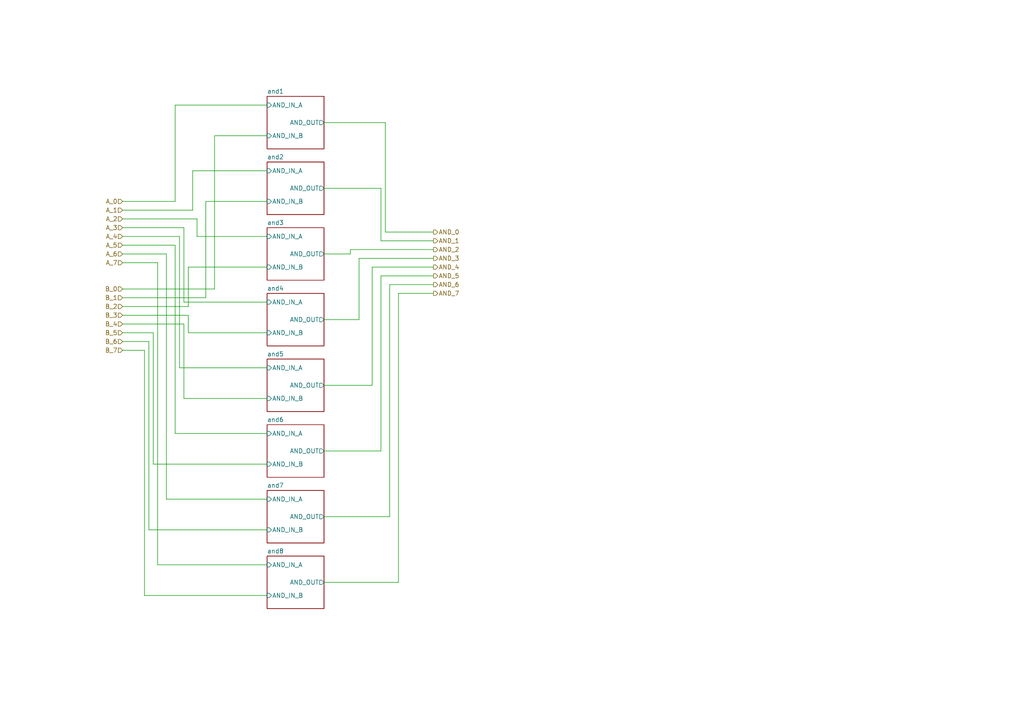
<source format=kicad_sch>
(kicad_sch
	(version 20250114)
	(generator "eeschema")
	(generator_version "9.0")
	(uuid "2ac12284-2aa6-435c-9c53-823b29d5fc40")
	(paper "A4")
	(lib_symbols)
	(wire
		(pts
			(xy 107.95 77.47) (xy 125.73 77.47)
		)
		(stroke
			(width 0)
			(type default)
		)
		(uuid "01645dcf-9294-427b-b325-b910947d2454")
	)
	(wire
		(pts
			(xy 35.56 91.44) (xy 54.61 91.44)
		)
		(stroke
			(width 0)
			(type default)
		)
		(uuid "027ed486-bcc1-4ce2-8755-1221c13336d1")
	)
	(wire
		(pts
			(xy 93.98 168.91) (xy 115.57 168.91)
		)
		(stroke
			(width 0)
			(type default)
		)
		(uuid "034f23d8-c074-4bbb-8b4f-4756e778ba89")
	)
	(wire
		(pts
			(xy 53.34 93.98) (xy 53.34 115.57)
		)
		(stroke
			(width 0)
			(type default)
		)
		(uuid "044619ca-3666-4ddc-8a57-a93332488863")
	)
	(wire
		(pts
			(xy 93.98 92.71) (xy 104.14 92.71)
		)
		(stroke
			(width 0)
			(type default)
		)
		(uuid "065a604d-0013-4226-904b-a328730cd274")
	)
	(wire
		(pts
			(xy 111.76 67.31) (xy 125.73 67.31)
		)
		(stroke
			(width 0)
			(type default)
		)
		(uuid "07bc1005-a46d-42ed-85bf-4b86c941b01a")
	)
	(wire
		(pts
			(xy 44.45 134.62) (xy 77.47 134.62)
		)
		(stroke
			(width 0)
			(type default)
		)
		(uuid "089d68eb-d657-4b15-bb6c-d50dbfdd68bc")
	)
	(wire
		(pts
			(xy 52.07 106.68) (xy 77.47 106.68)
		)
		(stroke
			(width 0)
			(type default)
		)
		(uuid "0a715ec0-60a7-453a-b7a3-c0e7ee4dd696")
	)
	(wire
		(pts
			(xy 41.91 172.72) (xy 77.47 172.72)
		)
		(stroke
			(width 0)
			(type default)
		)
		(uuid "15aa627f-ec26-47c7-9260-251bf916c160")
	)
	(wire
		(pts
			(xy 43.18 99.06) (xy 43.18 153.67)
		)
		(stroke
			(width 0)
			(type default)
		)
		(uuid "2294b36e-4b1c-4ebc-a189-de4f5fda4c15")
	)
	(wire
		(pts
			(xy 55.88 49.53) (xy 77.47 49.53)
		)
		(stroke
			(width 0)
			(type default)
		)
		(uuid "2d9c1d4d-cde9-47fd-acdc-902e798edbda")
	)
	(wire
		(pts
			(xy 35.56 71.12) (xy 50.8 71.12)
		)
		(stroke
			(width 0)
			(type default)
		)
		(uuid "30c130b3-372f-4d84-9634-398d8765c0ed")
	)
	(wire
		(pts
			(xy 35.56 86.36) (xy 59.69 86.36)
		)
		(stroke
			(width 0)
			(type default)
		)
		(uuid "36d28c3d-37d9-4f5a-9f92-728acaca63b5")
	)
	(wire
		(pts
			(xy 93.98 149.86) (xy 113.03 149.86)
		)
		(stroke
			(width 0)
			(type default)
		)
		(uuid "37a0086a-74c3-4dd3-9b19-a0f7a041222d")
	)
	(wire
		(pts
			(xy 93.98 54.61) (xy 110.49 54.61)
		)
		(stroke
			(width 0)
			(type default)
		)
		(uuid "37a450f9-6c38-4e4c-8515-743f3aee5806")
	)
	(wire
		(pts
			(xy 35.56 68.58) (xy 52.07 68.58)
		)
		(stroke
			(width 0)
			(type default)
		)
		(uuid "3b2a4030-a25c-4020-b80c-4fd417538232")
	)
	(wire
		(pts
			(xy 35.56 93.98) (xy 53.34 93.98)
		)
		(stroke
			(width 0)
			(type default)
		)
		(uuid "3fff9cb4-c5fb-4e1f-becf-4a31188fc09e")
	)
	(wire
		(pts
			(xy 113.03 149.86) (xy 113.03 82.55)
		)
		(stroke
			(width 0)
			(type default)
		)
		(uuid "42a6042d-9347-4ab9-924b-3cb5f33cd71c")
	)
	(wire
		(pts
			(xy 110.49 69.85) (xy 125.73 69.85)
		)
		(stroke
			(width 0)
			(type default)
		)
		(uuid "433e5920-9add-4dc5-8f03-e69b4f5ca5fe")
	)
	(wire
		(pts
			(xy 45.72 76.2) (xy 45.72 163.83)
		)
		(stroke
			(width 0)
			(type default)
		)
		(uuid "4fcf51d5-d5e3-42d6-9f55-324500667181")
	)
	(wire
		(pts
			(xy 115.57 85.09) (xy 125.73 85.09)
		)
		(stroke
			(width 0)
			(type default)
		)
		(uuid "5572c727-af9c-4e62-8a64-d0f9bafa032c")
	)
	(wire
		(pts
			(xy 101.6 72.39) (xy 125.73 72.39)
		)
		(stroke
			(width 0)
			(type default)
		)
		(uuid "55e64e56-3e04-470e-a1d0-d023548f4554")
	)
	(wire
		(pts
			(xy 55.88 60.96) (xy 55.88 49.53)
		)
		(stroke
			(width 0)
			(type default)
		)
		(uuid "56f93cd6-5897-4834-8a73-08f34f57e465")
	)
	(wire
		(pts
			(xy 41.91 101.6) (xy 41.91 172.72)
		)
		(stroke
			(width 0)
			(type default)
		)
		(uuid "581eca2c-8585-4f90-9183-605ab7efd556")
	)
	(wire
		(pts
			(xy 35.56 60.96) (xy 55.88 60.96)
		)
		(stroke
			(width 0)
			(type default)
		)
		(uuid "5ef3042b-ba6b-4c8b-aa8f-b852a6419a4d")
	)
	(wire
		(pts
			(xy 62.23 39.37) (xy 77.47 39.37)
		)
		(stroke
			(width 0)
			(type default)
		)
		(uuid "5f060bca-3f56-49b8-a6a8-244fad669df8")
	)
	(wire
		(pts
			(xy 93.98 73.66) (xy 101.6 73.66)
		)
		(stroke
			(width 0)
			(type default)
		)
		(uuid "6644bbe7-aa43-43ca-832f-8d0774f8fdab")
	)
	(wire
		(pts
			(xy 48.26 73.66) (xy 48.26 144.78)
		)
		(stroke
			(width 0)
			(type default)
		)
		(uuid "67b7cf04-b7c2-4957-b85a-aa467da6042f")
	)
	(wire
		(pts
			(xy 110.49 80.01) (xy 125.73 80.01)
		)
		(stroke
			(width 0)
			(type default)
		)
		(uuid "6805aee2-219b-487e-be1e-260b95b7036e")
	)
	(wire
		(pts
			(xy 35.56 83.82) (xy 62.23 83.82)
		)
		(stroke
			(width 0)
			(type default)
		)
		(uuid "6b1fc78b-6a9f-42c0-b638-633aa1c846af")
	)
	(wire
		(pts
			(xy 35.56 88.9) (xy 54.61 88.9)
		)
		(stroke
			(width 0)
			(type default)
		)
		(uuid "6d13cbc0-03e0-4768-a1b5-126a8dbd8976")
	)
	(wire
		(pts
			(xy 54.61 96.52) (xy 77.47 96.52)
		)
		(stroke
			(width 0)
			(type default)
		)
		(uuid "6dfb11c7-f3b6-48e8-8c7f-5248408ab643")
	)
	(wire
		(pts
			(xy 57.15 68.58) (xy 77.47 68.58)
		)
		(stroke
			(width 0)
			(type default)
		)
		(uuid "6ec65aac-a67a-417d-aaa1-8b8042b2b81d")
	)
	(wire
		(pts
			(xy 35.56 58.42) (xy 50.8 58.42)
		)
		(stroke
			(width 0)
			(type default)
		)
		(uuid "760d065e-16d3-4365-80a8-b7657908fc97")
	)
	(wire
		(pts
			(xy 62.23 83.82) (xy 62.23 39.37)
		)
		(stroke
			(width 0)
			(type default)
		)
		(uuid "7970e10c-6c34-4444-bf8a-93f033a6d5c2")
	)
	(wire
		(pts
			(xy 104.14 92.71) (xy 104.14 74.93)
		)
		(stroke
			(width 0)
			(type default)
		)
		(uuid "7b134d55-a592-40eb-a090-d6b750e3557f")
	)
	(wire
		(pts
			(xy 93.98 35.56) (xy 111.76 35.56)
		)
		(stroke
			(width 0)
			(type default)
		)
		(uuid "8233230f-bd91-4714-b8f7-c8e267868aeb")
	)
	(wire
		(pts
			(xy 104.14 74.93) (xy 125.73 74.93)
		)
		(stroke
			(width 0)
			(type default)
		)
		(uuid "84bbb621-f94b-4385-b13e-db4b196c08dc")
	)
	(wire
		(pts
			(xy 50.8 71.12) (xy 50.8 125.73)
		)
		(stroke
			(width 0)
			(type default)
		)
		(uuid "8588e099-17ce-4035-8919-f966436884e7")
	)
	(wire
		(pts
			(xy 43.18 153.67) (xy 77.47 153.67)
		)
		(stroke
			(width 0)
			(type default)
		)
		(uuid "8a46122c-a261-438c-b5da-b50d5b2441af")
	)
	(wire
		(pts
			(xy 35.56 73.66) (xy 48.26 73.66)
		)
		(stroke
			(width 0)
			(type default)
		)
		(uuid "93c3aa4d-6916-4d65-bc15-452645ef1355")
	)
	(wire
		(pts
			(xy 53.34 66.04) (xy 53.34 87.63)
		)
		(stroke
			(width 0)
			(type default)
		)
		(uuid "981b05c8-6385-42d6-a68d-16f4528811cd")
	)
	(wire
		(pts
			(xy 59.69 86.36) (xy 59.69 58.42)
		)
		(stroke
			(width 0)
			(type default)
		)
		(uuid "9915df5d-c016-4fd2-8381-fc1410fa0522")
	)
	(wire
		(pts
			(xy 35.56 63.5) (xy 57.15 63.5)
		)
		(stroke
			(width 0)
			(type default)
		)
		(uuid "9c0c5d2a-819b-4e6a-ba78-d95fd384694e")
	)
	(wire
		(pts
			(xy 53.34 115.57) (xy 77.47 115.57)
		)
		(stroke
			(width 0)
			(type default)
		)
		(uuid "9caba59d-5bbb-46e6-a194-77a11129798f")
	)
	(wire
		(pts
			(xy 111.76 35.56) (xy 111.76 67.31)
		)
		(stroke
			(width 0)
			(type default)
		)
		(uuid "9d326c8f-e0b6-4dc0-a804-f9a7b8712765")
	)
	(wire
		(pts
			(xy 54.61 77.47) (xy 77.47 77.47)
		)
		(stroke
			(width 0)
			(type default)
		)
		(uuid "a6ef2a5a-1c91-402f-8361-88101d50202a")
	)
	(wire
		(pts
			(xy 35.56 101.6) (xy 41.91 101.6)
		)
		(stroke
			(width 0)
			(type default)
		)
		(uuid "a6fab4f8-182a-4887-bfed-be806208e859")
	)
	(wire
		(pts
			(xy 44.45 96.52) (xy 44.45 134.62)
		)
		(stroke
			(width 0)
			(type default)
		)
		(uuid "a8b83df1-fe50-49a8-b871-fb2603503012")
	)
	(wire
		(pts
			(xy 35.56 96.52) (xy 44.45 96.52)
		)
		(stroke
			(width 0)
			(type default)
		)
		(uuid "aa2a6a7e-c454-47d9-8ded-416a7779e98f")
	)
	(wire
		(pts
			(xy 54.61 88.9) (xy 54.61 77.47)
		)
		(stroke
			(width 0)
			(type default)
		)
		(uuid "af52c669-ddd8-4018-8134-a4c67960d573")
	)
	(wire
		(pts
			(xy 115.57 168.91) (xy 115.57 85.09)
		)
		(stroke
			(width 0)
			(type default)
		)
		(uuid "afa62dc7-1211-4c80-a9a7-651d539c7b08")
	)
	(wire
		(pts
			(xy 57.15 63.5) (xy 57.15 68.58)
		)
		(stroke
			(width 0)
			(type default)
		)
		(uuid "b0226ca8-0cf2-46ae-8510-c2502efbe38b")
	)
	(wire
		(pts
			(xy 93.98 111.76) (xy 107.95 111.76)
		)
		(stroke
			(width 0)
			(type default)
		)
		(uuid "b1dafe66-6441-4a41-a7b1-2c8ef89bfddc")
	)
	(wire
		(pts
			(xy 35.56 76.2) (xy 45.72 76.2)
		)
		(stroke
			(width 0)
			(type default)
		)
		(uuid "b3e58ee5-e351-44bd-9e44-455cc95f7af4")
	)
	(wire
		(pts
			(xy 50.8 58.42) (xy 50.8 30.48)
		)
		(stroke
			(width 0)
			(type default)
		)
		(uuid "b4f02259-fd03-4b43-ac24-f3e2526d48dc")
	)
	(wire
		(pts
			(xy 113.03 82.55) (xy 125.73 82.55)
		)
		(stroke
			(width 0)
			(type default)
		)
		(uuid "c1c01090-4463-449f-ad88-95f42eb182a2")
	)
	(wire
		(pts
			(xy 107.95 111.76) (xy 107.95 77.47)
		)
		(stroke
			(width 0)
			(type default)
		)
		(uuid "c3988d46-42fb-44e0-9e3a-4a089ecf7d2d")
	)
	(wire
		(pts
			(xy 110.49 54.61) (xy 110.49 69.85)
		)
		(stroke
			(width 0)
			(type default)
		)
		(uuid "c4e9d19a-52ce-4139-abb0-22d69465d09f")
	)
	(wire
		(pts
			(xy 53.34 87.63) (xy 77.47 87.63)
		)
		(stroke
			(width 0)
			(type default)
		)
		(uuid "c82ae6da-d256-405b-8fb5-4360f1a9a57a")
	)
	(wire
		(pts
			(xy 50.8 30.48) (xy 77.47 30.48)
		)
		(stroke
			(width 0)
			(type default)
		)
		(uuid "ca8b1a5b-7e88-48f8-a0da-94bdb1a7f3fa")
	)
	(wire
		(pts
			(xy 110.49 130.81) (xy 110.49 80.01)
		)
		(stroke
			(width 0)
			(type default)
		)
		(uuid "cec68363-f0a7-4564-9534-bad9f1b962db")
	)
	(wire
		(pts
			(xy 45.72 163.83) (xy 77.47 163.83)
		)
		(stroke
			(width 0)
			(type default)
		)
		(uuid "cf2cb94c-85c9-4d0a-b91f-6f10530b7ae4")
	)
	(wire
		(pts
			(xy 52.07 68.58) (xy 52.07 106.68)
		)
		(stroke
			(width 0)
			(type default)
		)
		(uuid "d3babf3f-8281-4de7-a8b0-f2aba58eb53b")
	)
	(wire
		(pts
			(xy 54.61 91.44) (xy 54.61 96.52)
		)
		(stroke
			(width 0)
			(type default)
		)
		(uuid "d404ae35-5a9b-4afb-9fd8-29916d63c529")
	)
	(wire
		(pts
			(xy 59.69 58.42) (xy 77.47 58.42)
		)
		(stroke
			(width 0)
			(type default)
		)
		(uuid "d9df39fc-085d-48b1-9407-c9d9c53b7edc")
	)
	(wire
		(pts
			(xy 35.56 66.04) (xy 53.34 66.04)
		)
		(stroke
			(width 0)
			(type default)
		)
		(uuid "da44d5e6-213d-47ad-acfc-905ed5d446c4")
	)
	(wire
		(pts
			(xy 93.98 130.81) (xy 110.49 130.81)
		)
		(stroke
			(width 0)
			(type default)
		)
		(uuid "dac652d5-591c-4d76-852e-8d3279aa4039")
	)
	(wire
		(pts
			(xy 101.6 73.66) (xy 101.6 72.39)
		)
		(stroke
			(width 0)
			(type default)
		)
		(uuid "e7744cf6-5d1a-4dd4-9698-33b373ac6488")
	)
	(wire
		(pts
			(xy 48.26 144.78) (xy 77.47 144.78)
		)
		(stroke
			(width 0)
			(type default)
		)
		(uuid "eba0ca00-3ea2-4e47-9045-d619c1d6008c")
	)
	(wire
		(pts
			(xy 50.8 125.73) (xy 77.47 125.73)
		)
		(stroke
			(width 0)
			(type default)
		)
		(uuid "f15cb222-f744-4264-a938-be994f3069ab")
	)
	(wire
		(pts
			(xy 35.56 99.06) (xy 43.18 99.06)
		)
		(stroke
			(width 0)
			(type default)
		)
		(uuid "f25fae60-571c-4fa4-a8bd-82a3fff60cd5")
	)
	(hierarchical_label "B_0"
		(shape input)
		(at 35.56 83.82 180)
		(effects
			(font
				(size 1.27 1.27)
			)
			(justify right)
		)
		(uuid "101c62cf-c149-4752-af7a-5490cc776191")
	)
	(hierarchical_label "B_5"
		(shape input)
		(at 35.56 96.52 180)
		(effects
			(font
				(size 1.27 1.27)
			)
			(justify right)
		)
		(uuid "13b66f51-edda-40b0-b63f-2b26e568ea3d")
	)
	(hierarchical_label "B_1"
		(shape input)
		(at 35.56 86.36 180)
		(effects
			(font
				(size 1.27 1.27)
			)
			(justify right)
		)
		(uuid "30e8a3fa-5320-4a32-a105-ba9860a79cbb")
	)
	(hierarchical_label "AND_3"
		(shape output)
		(at 125.73 74.93 0)
		(effects
			(font
				(size 1.27 1.27)
			)
			(justify left)
		)
		(uuid "3605b2e2-6d1e-4ea2-b97d-b461305f0f18")
	)
	(hierarchical_label "AND_4"
		(shape output)
		(at 125.73 77.47 0)
		(effects
			(font
				(size 1.27 1.27)
			)
			(justify left)
		)
		(uuid "3d6f30b7-de0f-4790-9a3d-db9f3fd1e50d")
	)
	(hierarchical_label "AND_2"
		(shape output)
		(at 125.73 72.39 0)
		(effects
			(font
				(size 1.27 1.27)
			)
			(justify left)
		)
		(uuid "3f1a6d1c-6761-41b8-a515-a8a103cf02f0")
	)
	(hierarchical_label "A_7"
		(shape input)
		(at 35.56 76.2 180)
		(effects
			(font
				(size 1.27 1.27)
			)
			(justify right)
		)
		(uuid "470ec221-3977-4d9b-a57e-b41f7b5cd865")
	)
	(hierarchical_label "A_0"
		(shape input)
		(at 35.56 58.42 180)
		(effects
			(font
				(size 1.27 1.27)
			)
			(justify right)
		)
		(uuid "53365d45-140a-44c3-82e2-f016d4c3408e")
	)
	(hierarchical_label "A_4"
		(shape input)
		(at 35.56 68.58 180)
		(effects
			(font
				(size 1.27 1.27)
			)
			(justify right)
		)
		(uuid "63b01ba7-95aa-4d42-80d8-0d303821a145")
	)
	(hierarchical_label "A_6"
		(shape input)
		(at 35.56 73.66 180)
		(effects
			(font
				(size 1.27 1.27)
			)
			(justify right)
		)
		(uuid "80434236-e8a1-4e2d-b80b-da9feec5af86")
	)
	(hierarchical_label "A_3"
		(shape input)
		(at 35.56 66.04 180)
		(effects
			(font
				(size 1.27 1.27)
			)
			(justify right)
		)
		(uuid "8acfdf81-147a-4e91-a03a-d93feae00d5b")
	)
	(hierarchical_label "AND_0"
		(shape output)
		(at 125.73 67.31 0)
		(effects
			(font
				(size 1.27 1.27)
			)
			(justify left)
		)
		(uuid "8eac54cc-ba2a-4da3-bc09-ed78a61796a4")
	)
	(hierarchical_label "AND_1"
		(shape output)
		(at 125.73 69.85 0)
		(effects
			(font
				(size 1.27 1.27)
			)
			(justify left)
		)
		(uuid "9f25b1be-eec0-4ad6-9e37-f8fabec8a41e")
	)
	(hierarchical_label "B_7"
		(shape input)
		(at 35.56 101.6 180)
		(effects
			(font
				(size 1.27 1.27)
			)
			(justify right)
		)
		(uuid "9f29ac55-88fe-4e5e-b290-db4e6d048495")
	)
	(hierarchical_label "A_5"
		(shape input)
		(at 35.56 71.12 180)
		(effects
			(font
				(size 1.27 1.27)
			)
			(justify right)
		)
		(uuid "a287de3c-69ea-4343-8cad-f6d5e6c70069")
	)
	(hierarchical_label "AND_7"
		(shape output)
		(at 125.73 85.09 0)
		(effects
			(font
				(size 1.27 1.27)
			)
			(justify left)
		)
		(uuid "a33d6b04-2ca9-4073-8fa1-42dfc1f5fa65")
	)
	(hierarchical_label "AND_6"
		(shape output)
		(at 125.73 82.55 0)
		(effects
			(font
				(size 1.27 1.27)
			)
			(justify left)
		)
		(uuid "b9b535c8-af83-440e-9962-0e5c5b987388")
	)
	(hierarchical_label "B_4"
		(shape input)
		(at 35.56 93.98 180)
		(effects
			(font
				(size 1.27 1.27)
			)
			(justify right)
		)
		(uuid "bbbbcc3a-c06f-4fd2-be3d-8d6eaa1dbcef")
	)
	(hierarchical_label "A_2"
		(shape input)
		(at 35.56 63.5 180)
		(effects
			(font
				(size 1.27 1.27)
			)
			(justify right)
		)
		(uuid "bc6706ca-1395-44e5-8f55-94fbe4106bc7")
	)
	(hierarchical_label "B_6"
		(shape input)
		(at 35.56 99.06 180)
		(effects
			(font
				(size 1.27 1.27)
			)
			(justify right)
		)
		(uuid "c0a688c5-6ca4-4c57-bf58-75cf7c4004d4")
	)
	(hierarchical_label "B_3"
		(shape input)
		(at 35.56 91.44 180)
		(effects
			(font
				(size 1.27 1.27)
			)
			(justify right)
		)
		(uuid "c5ce0f7b-97f8-4d6c-87b0-6f40356cc363")
	)
	(hierarchical_label "B_2"
		(shape input)
		(at 35.56 88.9 180)
		(effects
			(font
				(size 1.27 1.27)
			)
			(justify right)
		)
		(uuid "cad76eb2-cfe7-4af7-91a5-99915b089bd1")
	)
	(hierarchical_label "A_1"
		(shape input)
		(at 35.56 60.96 180)
		(effects
			(font
				(size 1.27 1.27)
			)
			(justify right)
		)
		(uuid "d42b68c7-d31f-44cd-b7bc-d754ce12856f")
	)
	(hierarchical_label "AND_5"
		(shape output)
		(at 125.73 80.01 0)
		(effects
			(font
				(size 1.27 1.27)
			)
			(justify left)
		)
		(uuid "e3455423-d55d-4c7c-8559-1025a49ab02c")
	)
	(sheet
		(at 77.47 46.99)
		(size 16.51 15.24)
		(exclude_from_sim no)
		(in_bom yes)
		(on_board yes)
		(dnp no)
		(fields_autoplaced yes)
		(stroke
			(width 0.1524)
			(type solid)
		)
		(fill
			(color 0 0 0 0.0000)
		)
		(uuid "072a21b5-a1a0-46b4-ac43-1a0cd54668c2")
		(property "Sheetname" "and2"
			(at 77.47 46.2784 0)
			(effects
				(font
					(size 1.27 1.27)
				)
				(justify left bottom)
			)
		)
		(property "Sheetfile" "../logic units/and/and.kicad_sch"
			(at 77.47 62.8146 0)
			(effects
				(font
					(size 1.27 1.27)
				)
				(justify left top)
				(hide yes)
			)
		)
		(pin "AND_IN_A" input
			(at 77.47 49.53 180)
			(uuid "0812fe94-d8a0-4a41-8663-d88d964203c8")
			(effects
				(font
					(size 1.27 1.27)
				)
				(justify left)
			)
		)
		(pin "AND_IN_B" input
			(at 77.47 58.42 180)
			(uuid "0490abe9-3045-4b49-8697-f5761ca03aab")
			(effects
				(font
					(size 1.27 1.27)
				)
				(justify left)
			)
		)
		(pin "AND_OUT" output
			(at 93.98 54.61 0)
			(uuid "e03a4588-5707-41a6-83c1-84f96c6788f1")
			(effects
				(font
					(size 1.27 1.27)
				)
				(justify right)
			)
		)
		(instances
			(project "8-bit-and"
				(path "/2ac12284-2aa6-435c-9c53-823b29d5fc40"
					(page "3")
				)
			)
			(project ""
				(path "/00aacb83-8589-458a-a308-b93af70a93bf"
					(page "#")
				)
			)
			(project "master-alu"
				(path "/3aacef8e-e4d9-474c-bbb9-dab5749c488a/00aacb83-8589-458a-a308-b93af70a93bf"
					(page "31")
				)
			)
		)
	)
	(sheet
		(at 77.47 27.94)
		(size 16.51 15.24)
		(exclude_from_sim no)
		(in_bom yes)
		(on_board yes)
		(dnp no)
		(fields_autoplaced yes)
		(stroke
			(width 0.1524)
			(type solid)
		)
		(fill
			(color 0 0 0 0.0000)
		)
		(uuid "25a063cc-0c4c-4a0b-a8e6-0a009e9bcf9d")
		(property "Sheetname" "and1"
			(at 77.47 27.2284 0)
			(effects
				(font
					(size 1.27 1.27)
				)
				(justify left bottom)
			)
		)
		(property "Sheetfile" "../logic units/and/and.kicad_sch"
			(at 77.47 43.7646 0)
			(effects
				(font
					(size 1.27 1.27)
				)
				(justify left top)
				(hide yes)
			)
		)
		(pin "AND_IN_A" input
			(at 77.47 30.48 180)
			(uuid "ab07726a-4b70-45cb-a79c-2f2e7825947d")
			(effects
				(font
					(size 1.27 1.27)
				)
				(justify left)
			)
		)
		(pin "AND_IN_B" input
			(at 77.47 39.37 180)
			(uuid "68f2b266-7dcf-4f95-bc87-cdf92fa355e9")
			(effects
				(font
					(size 1.27 1.27)
				)
				(justify left)
			)
		)
		(pin "AND_OUT" output
			(at 93.98 35.56 0)
			(uuid "0021e8c1-d601-44c9-bc37-470767e773e1")
			(effects
				(font
					(size 1.27 1.27)
				)
				(justify right)
			)
		)
		(instances
			(project "8-bit-and"
				(path "/2ac12284-2aa6-435c-9c53-823b29d5fc40"
					(page "2")
				)
			)
			(project ""
				(path "/00aacb83-8589-458a-a308-b93af70a93bf"
					(page "#")
				)
			)
			(project "master-alu"
				(path "/3aacef8e-e4d9-474c-bbb9-dab5749c488a/00aacb83-8589-458a-a308-b93af70a93bf"
					(page "30")
				)
			)
		)
	)
	(sheet
		(at 77.47 104.14)
		(size 16.51 15.24)
		(exclude_from_sim no)
		(in_bom yes)
		(on_board yes)
		(dnp no)
		(fields_autoplaced yes)
		(stroke
			(width 0.1524)
			(type solid)
		)
		(fill
			(color 0 0 0 0.0000)
		)
		(uuid "3d3ca409-9b8b-4029-9bb4-f227dad8feaa")
		(property "Sheetname" "and5"
			(at 77.47 103.4284 0)
			(effects
				(font
					(size 1.27 1.27)
				)
				(justify left bottom)
			)
		)
		(property "Sheetfile" "../logic units/and/and.kicad_sch"
			(at 77.47 119.9646 0)
			(effects
				(font
					(size 1.27 1.27)
				)
				(justify left top)
				(hide yes)
			)
		)
		(pin "AND_IN_A" input
			(at 77.47 106.68 180)
			(uuid "2f2ffa9d-2705-4970-9cf3-c6ec98cdd83d")
			(effects
				(font
					(size 1.27 1.27)
				)
				(justify left)
			)
		)
		(pin "AND_IN_B" input
			(at 77.47 115.57 180)
			(uuid "eff9da94-9be6-4432-84da-a9447c0af872")
			(effects
				(font
					(size 1.27 1.27)
				)
				(justify left)
			)
		)
		(pin "AND_OUT" output
			(at 93.98 111.76 0)
			(uuid "8b964368-9f21-4404-b777-ed9969abc25c")
			(effects
				(font
					(size 1.27 1.27)
				)
				(justify right)
			)
		)
		(instances
			(project "8-bit-and"
				(path "/2ac12284-2aa6-435c-9c53-823b29d5fc40"
					(page "6")
				)
			)
			(project ""
				(path "/00aacb83-8589-458a-a308-b93af70a93bf"
					(page "#")
				)
			)
			(project "master-alu"
				(path "/3aacef8e-e4d9-474c-bbb9-dab5749c488a/00aacb83-8589-458a-a308-b93af70a93bf"
					(page "34")
				)
			)
		)
	)
	(sheet
		(at 77.47 66.04)
		(size 16.51 15.24)
		(exclude_from_sim no)
		(in_bom yes)
		(on_board yes)
		(dnp no)
		(fields_autoplaced yes)
		(stroke
			(width 0.1524)
			(type solid)
		)
		(fill
			(color 0 0 0 0.0000)
		)
		(uuid "59234857-bfd6-4863-943f-9c63c4c45816")
		(property "Sheetname" "and3"
			(at 77.47 65.3284 0)
			(effects
				(font
					(size 1.27 1.27)
				)
				(justify left bottom)
			)
		)
		(property "Sheetfile" "../logic units/and/and.kicad_sch"
			(at 77.47 81.8646 0)
			(effects
				(font
					(size 1.27 1.27)
				)
				(justify left top)
				(hide yes)
			)
		)
		(pin "AND_IN_A" input
			(at 77.47 68.58 180)
			(uuid "a95c5160-2e4e-4c11-8925-a58f56eb4e7c")
			(effects
				(font
					(size 1.27 1.27)
				)
				(justify left)
			)
		)
		(pin "AND_IN_B" input
			(at 77.47 77.47 180)
			(uuid "92c54091-2070-4d2a-8392-199d9ca4352f")
			(effects
				(font
					(size 1.27 1.27)
				)
				(justify left)
			)
		)
		(pin "AND_OUT" output
			(at 93.98 73.66 0)
			(uuid "6b40cd1d-1059-4a09-8af5-d9307786f414")
			(effects
				(font
					(size 1.27 1.27)
				)
				(justify right)
			)
		)
		(instances
			(project "8-bit-and"
				(path "/2ac12284-2aa6-435c-9c53-823b29d5fc40"
					(page "4")
				)
			)
			(project ""
				(path "/00aacb83-8589-458a-a308-b93af70a93bf"
					(page "#")
				)
			)
			(project "master-alu"
				(path "/3aacef8e-e4d9-474c-bbb9-dab5749c488a/00aacb83-8589-458a-a308-b93af70a93bf"
					(page "32")
				)
			)
		)
	)
	(sheet
		(at 77.47 161.29)
		(size 16.51 15.24)
		(exclude_from_sim no)
		(in_bom yes)
		(on_board yes)
		(dnp no)
		(fields_autoplaced yes)
		(stroke
			(width 0.1524)
			(type solid)
		)
		(fill
			(color 0 0 0 0.0000)
		)
		(uuid "9ec4abcd-05bc-4cc5-8312-3671e3fec836")
		(property "Sheetname" "and8"
			(at 77.47 160.5784 0)
			(effects
				(font
					(size 1.27 1.27)
				)
				(justify left bottom)
			)
		)
		(property "Sheetfile" "../logic units/and/and.kicad_sch"
			(at 77.47 177.1146 0)
			(effects
				(font
					(size 1.27 1.27)
				)
				(justify left top)
				(hide yes)
			)
		)
		(pin "AND_IN_A" input
			(at 77.47 163.83 180)
			(uuid "1dd59e72-ec2d-4562-9b8d-657a03b98561")
			(effects
				(font
					(size 1.27 1.27)
				)
				(justify left)
			)
		)
		(pin "AND_IN_B" input
			(at 77.47 172.72 180)
			(uuid "bf73e239-3528-4fdf-a3a7-86332b138fe5")
			(effects
				(font
					(size 1.27 1.27)
				)
				(justify left)
			)
		)
		(pin "AND_OUT" output
			(at 93.98 168.91 0)
			(uuid "9bfc39e3-7407-4951-b091-0dcb878fa036")
			(effects
				(font
					(size 1.27 1.27)
				)
				(justify right)
			)
		)
		(instances
			(project "8-bit-and"
				(path "/2ac12284-2aa6-435c-9c53-823b29d5fc40"
					(page "9")
				)
			)
			(project ""
				(path "/00aacb83-8589-458a-a308-b93af70a93bf"
					(page "#")
				)
			)
			(project "master-alu"
				(path "/3aacef8e-e4d9-474c-bbb9-dab5749c488a/00aacb83-8589-458a-a308-b93af70a93bf"
					(page "37")
				)
			)
		)
	)
	(sheet
		(at 77.47 142.24)
		(size 16.51 15.24)
		(exclude_from_sim no)
		(in_bom yes)
		(on_board yes)
		(dnp no)
		(fields_autoplaced yes)
		(stroke
			(width 0.1524)
			(type solid)
		)
		(fill
			(color 0 0 0 0.0000)
		)
		(uuid "a0ed71ef-f376-4e27-8873-5145171ff7ef")
		(property "Sheetname" "and7"
			(at 77.47 141.5284 0)
			(effects
				(font
					(size 1.27 1.27)
				)
				(justify left bottom)
			)
		)
		(property "Sheetfile" "../logic units/and/and.kicad_sch"
			(at 77.47 158.0646 0)
			(effects
				(font
					(size 1.27 1.27)
				)
				(justify left top)
				(hide yes)
			)
		)
		(pin "AND_IN_A" input
			(at 77.47 144.78 180)
			(uuid "7acde59a-5e77-4a8b-96d1-8f804f891d13")
			(effects
				(font
					(size 1.27 1.27)
				)
				(justify left)
			)
		)
		(pin "AND_IN_B" input
			(at 77.47 153.67 180)
			(uuid "1f28aba0-651e-4d6a-addd-5c10d8da2394")
			(effects
				(font
					(size 1.27 1.27)
				)
				(justify left)
			)
		)
		(pin "AND_OUT" output
			(at 93.98 149.86 0)
			(uuid "5253d03c-2309-4703-b344-7c3285ded9bb")
			(effects
				(font
					(size 1.27 1.27)
				)
				(justify right)
			)
		)
		(instances
			(project "8-bit-and"
				(path "/2ac12284-2aa6-435c-9c53-823b29d5fc40"
					(page "8")
				)
			)
			(project ""
				(path "/00aacb83-8589-458a-a308-b93af70a93bf"
					(page "#")
				)
			)
			(project "master-alu"
				(path "/3aacef8e-e4d9-474c-bbb9-dab5749c488a/00aacb83-8589-458a-a308-b93af70a93bf"
					(page "36")
				)
			)
		)
	)
	(sheet
		(at 77.47 123.19)
		(size 16.51 15.24)
		(exclude_from_sim no)
		(in_bom yes)
		(on_board yes)
		(dnp no)
		(fields_autoplaced yes)
		(stroke
			(width 0.1524)
			(type solid)
		)
		(fill
			(color 0 0 0 0.0000)
		)
		(uuid "c1d0813f-b388-4a98-9b40-8a510fcbe757")
		(property "Sheetname" "and6"
			(at 77.47 122.4784 0)
			(effects
				(font
					(size 1.27 1.27)
				)
				(justify left bottom)
			)
		)
		(property "Sheetfile" "../logic units/and/and.kicad_sch"
			(at 77.47 139.0146 0)
			(effects
				(font
					(size 1.27 1.27)
				)
				(justify left top)
				(hide yes)
			)
		)
		(pin "AND_IN_A" input
			(at 77.47 125.73 180)
			(uuid "29a63016-0cb3-401d-9097-ad9cb54eacc3")
			(effects
				(font
					(size 1.27 1.27)
				)
				(justify left)
			)
		)
		(pin "AND_IN_B" input
			(at 77.47 134.62 180)
			(uuid "85f54a93-31eb-43a1-82e3-ff1b4fb6fb6b")
			(effects
				(font
					(size 1.27 1.27)
				)
				(justify left)
			)
		)
		(pin "AND_OUT" output
			(at 93.98 130.81 0)
			(uuid "05df2fe0-f32a-4520-b305-4094d93b7096")
			(effects
				(font
					(size 1.27 1.27)
				)
				(justify right)
			)
		)
		(instances
			(project "8-bit-and"
				(path "/2ac12284-2aa6-435c-9c53-823b29d5fc40"
					(page "7")
				)
			)
			(project ""
				(path "/00aacb83-8589-458a-a308-b93af70a93bf"
					(page "#")
				)
			)
			(project "master-alu"
				(path "/3aacef8e-e4d9-474c-bbb9-dab5749c488a/00aacb83-8589-458a-a308-b93af70a93bf"
					(page "35")
				)
			)
		)
	)
	(sheet
		(at 77.47 85.09)
		(size 16.51 15.24)
		(exclude_from_sim no)
		(in_bom yes)
		(on_board yes)
		(dnp no)
		(fields_autoplaced yes)
		(stroke
			(width 0.1524)
			(type solid)
		)
		(fill
			(color 0 0 0 0.0000)
		)
		(uuid "d009d754-f81a-4b21-a0e5-9abe877b7aba")
		(property "Sheetname" "and4"
			(at 77.47 84.3784 0)
			(effects
				(font
					(size 1.27 1.27)
				)
				(justify left bottom)
			)
		)
		(property "Sheetfile" "../logic units/and/and.kicad_sch"
			(at 77.47 100.9146 0)
			(effects
				(font
					(size 1.27 1.27)
				)
				(justify left top)
				(hide yes)
			)
		)
		(pin "AND_IN_A" input
			(at 77.47 87.63 180)
			(uuid "780eac30-cfe6-4084-a2df-e2b521062658")
			(effects
				(font
					(size 1.27 1.27)
				)
				(justify left)
			)
		)
		(pin "AND_IN_B" input
			(at 77.47 96.52 180)
			(uuid "50f61693-ddee-44d3-afd0-f49055536e77")
			(effects
				(font
					(size 1.27 1.27)
				)
				(justify left)
			)
		)
		(pin "AND_OUT" output
			(at 93.98 92.71 0)
			(uuid "bf0dc965-d8f2-497b-89e6-95601cda4b79")
			(effects
				(font
					(size 1.27 1.27)
				)
				(justify right)
			)
		)
		(instances
			(project "8-bit-and"
				(path "/2ac12284-2aa6-435c-9c53-823b29d5fc40"
					(page "5")
				)
			)
			(project ""
				(path "/00aacb83-8589-458a-a308-b93af70a93bf"
					(page "#")
				)
			)
			(project "master-alu"
				(path "/3aacef8e-e4d9-474c-bbb9-dab5749c488a/00aacb83-8589-458a-a308-b93af70a93bf"
					(page "33")
				)
			)
		)
	)
)

</source>
